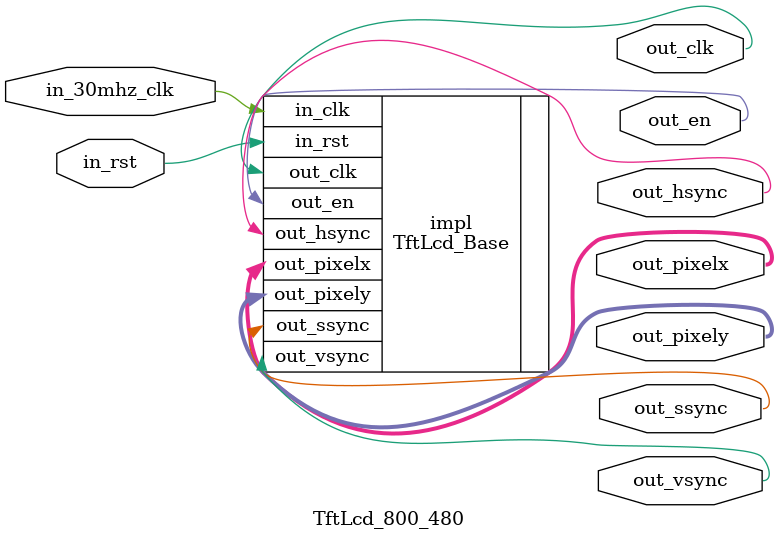
<source format=v>
module TftLcd_800_480
(
    input         in_rst,
    input         in_30mhz_clk,

    output        out_clk,
    output        out_en,
    output        out_hsync,
    output        out_vsync,
    output        out_ssync,
    output [10:0] out_pixelx,
    output [10:0] out_pixely
);

  TftLcd_Base #(
    .H_PIXEL_LENGTH(800),
    .H_FRONT_PORCH (210),
    .H_SYNC_LENGTH (  1),
    .H_BACK_PORCH  ( 45),

    .V_PIXEL_LENGTH(480),
    .V_FRONT_PORCH ( 22),
    .V_SYNC_LENGTH (  3),
    .V_BACK_PORCH  ( 20),

    .PIXELX_WIDTH  ( 10),
    .PIXELY_WIDTH  ( 10),

    // These numbers were found via trial and error.
    // These represent the clock delay with which a module receiving
    // pixelx and pixely values must set the appropriate pixel colors
    .DELAY_X       (  -77),
    .DELAY_Y       (  -16)

  ) impl (

    .in_rst(in_rst),
    .in_clk(in_30mhz_clk),

    .out_en(out_en),
    .out_hsync(out_hsync),
    .out_vsync(out_vsync),
    .out_ssync(out_ssync),

    .out_pixelx(out_pixelx),
    .out_pixely(out_pixely),

    .out_clk(out_clk)
  );

endmodule

</source>
